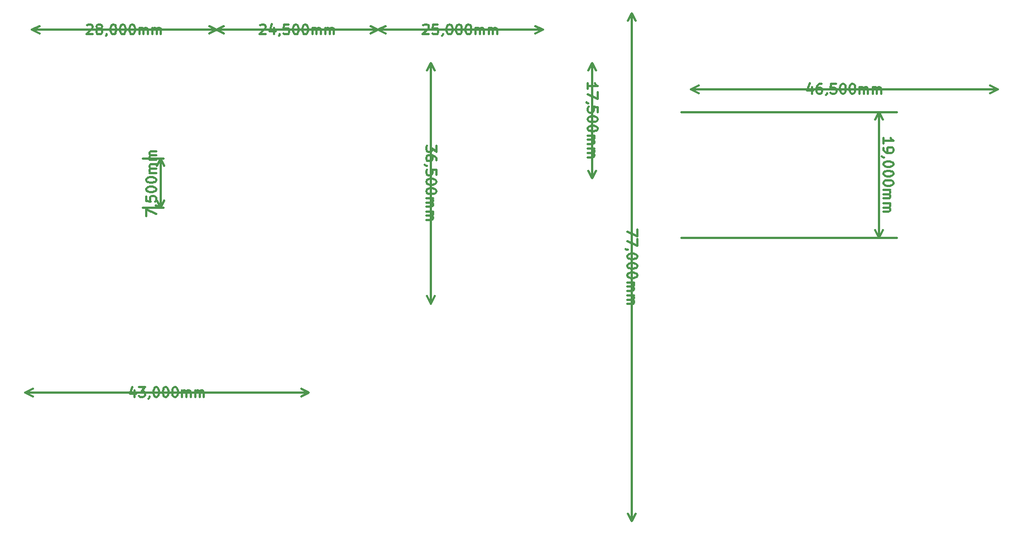
<source format=gbr>
G04 #@! TF.FileFunction,Legend,Bot*
%FSLAX46Y46*%
G04 Gerber Fmt 4.6, Leading zero omitted, Abs format (unit mm)*
G04 Created by KiCad (PCBNEW 4.0.0-rc2-stable) date 10-2-2016 17:40:28*
%MOMM*%
G01*
G04 APERTURE LIST*
%ADD10C,0.100000*%
%ADD11C,0.300000*%
G04 APERTURE END LIST*
D10*
D11*
X178671429Y-40714287D02*
X178671429Y-39857144D01*
X178671429Y-40285716D02*
X180171429Y-40285716D01*
X179957143Y-40142859D01*
X179814286Y-40000001D01*
X179742857Y-39857144D01*
X178671429Y-41428572D02*
X178671429Y-41714287D01*
X178742857Y-41857144D01*
X178814286Y-41928572D01*
X179028571Y-42071430D01*
X179314286Y-42142858D01*
X179885714Y-42142858D01*
X180028571Y-42071430D01*
X180100000Y-42000001D01*
X180171429Y-41857144D01*
X180171429Y-41571430D01*
X180100000Y-41428572D01*
X180028571Y-41357144D01*
X179885714Y-41285715D01*
X179528571Y-41285715D01*
X179385714Y-41357144D01*
X179314286Y-41428572D01*
X179242857Y-41571430D01*
X179242857Y-41857144D01*
X179314286Y-42000001D01*
X179385714Y-42071430D01*
X179528571Y-42142858D01*
X178742857Y-42857143D02*
X178671429Y-42857143D01*
X178528571Y-42785715D01*
X178457143Y-42714286D01*
X180171429Y-43785715D02*
X180171429Y-43928572D01*
X180100000Y-44071429D01*
X180028571Y-44142858D01*
X179885714Y-44214287D01*
X179600000Y-44285715D01*
X179242857Y-44285715D01*
X178957143Y-44214287D01*
X178814286Y-44142858D01*
X178742857Y-44071429D01*
X178671429Y-43928572D01*
X178671429Y-43785715D01*
X178742857Y-43642858D01*
X178814286Y-43571429D01*
X178957143Y-43500001D01*
X179242857Y-43428572D01*
X179600000Y-43428572D01*
X179885714Y-43500001D01*
X180028571Y-43571429D01*
X180100000Y-43642858D01*
X180171429Y-43785715D01*
X180171429Y-45214286D02*
X180171429Y-45357143D01*
X180100000Y-45500000D01*
X180028571Y-45571429D01*
X179885714Y-45642858D01*
X179600000Y-45714286D01*
X179242857Y-45714286D01*
X178957143Y-45642858D01*
X178814286Y-45571429D01*
X178742857Y-45500000D01*
X178671429Y-45357143D01*
X178671429Y-45214286D01*
X178742857Y-45071429D01*
X178814286Y-45000000D01*
X178957143Y-44928572D01*
X179242857Y-44857143D01*
X179600000Y-44857143D01*
X179885714Y-44928572D01*
X180028571Y-45000000D01*
X180100000Y-45071429D01*
X180171429Y-45214286D01*
X180171429Y-46642857D02*
X180171429Y-46785714D01*
X180100000Y-46928571D01*
X180028571Y-47000000D01*
X179885714Y-47071429D01*
X179600000Y-47142857D01*
X179242857Y-47142857D01*
X178957143Y-47071429D01*
X178814286Y-47000000D01*
X178742857Y-46928571D01*
X178671429Y-46785714D01*
X178671429Y-46642857D01*
X178742857Y-46500000D01*
X178814286Y-46428571D01*
X178957143Y-46357143D01*
X179242857Y-46285714D01*
X179600000Y-46285714D01*
X179885714Y-46357143D01*
X180028571Y-46428571D01*
X180100000Y-46500000D01*
X180171429Y-46642857D01*
X178671429Y-47785714D02*
X179671429Y-47785714D01*
X179528571Y-47785714D02*
X179600000Y-47857142D01*
X179671429Y-48000000D01*
X179671429Y-48214285D01*
X179600000Y-48357142D01*
X179457143Y-48428571D01*
X178671429Y-48428571D01*
X179457143Y-48428571D02*
X179600000Y-48500000D01*
X179671429Y-48642857D01*
X179671429Y-48857142D01*
X179600000Y-49000000D01*
X179457143Y-49071428D01*
X178671429Y-49071428D01*
X178671429Y-49785714D02*
X179671429Y-49785714D01*
X179528571Y-49785714D02*
X179600000Y-49857142D01*
X179671429Y-50000000D01*
X179671429Y-50214285D01*
X179600000Y-50357142D01*
X179457143Y-50428571D01*
X178671429Y-50428571D01*
X179457143Y-50428571D02*
X179600000Y-50500000D01*
X179671429Y-50642857D01*
X179671429Y-50857142D01*
X179600000Y-51000000D01*
X179457143Y-51071428D01*
X178671429Y-51071428D01*
X178000000Y-36000000D02*
X178000000Y-55000000D01*
X148000000Y-36000000D02*
X180700000Y-36000000D01*
X148000000Y-55000000D02*
X180700000Y-55000000D01*
X178000000Y-55000000D02*
X177413579Y-53873496D01*
X178000000Y-55000000D02*
X178586421Y-53873496D01*
X178000000Y-36000000D02*
X177413579Y-37126504D01*
X178000000Y-36000000D02*
X178586421Y-37126504D01*
X167821430Y-32178571D02*
X167821430Y-33178571D01*
X167464287Y-31607143D02*
X167107144Y-32678571D01*
X168035716Y-32678571D01*
X169250001Y-31678571D02*
X168964287Y-31678571D01*
X168821430Y-31750000D01*
X168750001Y-31821429D01*
X168607144Y-32035714D01*
X168535715Y-32321429D01*
X168535715Y-32892857D01*
X168607144Y-33035714D01*
X168678572Y-33107143D01*
X168821430Y-33178571D01*
X169107144Y-33178571D01*
X169250001Y-33107143D01*
X169321430Y-33035714D01*
X169392858Y-32892857D01*
X169392858Y-32535714D01*
X169321430Y-32392857D01*
X169250001Y-32321429D01*
X169107144Y-32250000D01*
X168821430Y-32250000D01*
X168678572Y-32321429D01*
X168607144Y-32392857D01*
X168535715Y-32535714D01*
X170107143Y-33107143D02*
X170107143Y-33178571D01*
X170035715Y-33321429D01*
X169964286Y-33392857D01*
X171464287Y-31678571D02*
X170750001Y-31678571D01*
X170678572Y-32392857D01*
X170750001Y-32321429D01*
X170892858Y-32250000D01*
X171250001Y-32250000D01*
X171392858Y-32321429D01*
X171464287Y-32392857D01*
X171535715Y-32535714D01*
X171535715Y-32892857D01*
X171464287Y-33035714D01*
X171392858Y-33107143D01*
X171250001Y-33178571D01*
X170892858Y-33178571D01*
X170750001Y-33107143D01*
X170678572Y-33035714D01*
X172464286Y-31678571D02*
X172607143Y-31678571D01*
X172750000Y-31750000D01*
X172821429Y-31821429D01*
X172892858Y-31964286D01*
X172964286Y-32250000D01*
X172964286Y-32607143D01*
X172892858Y-32892857D01*
X172821429Y-33035714D01*
X172750000Y-33107143D01*
X172607143Y-33178571D01*
X172464286Y-33178571D01*
X172321429Y-33107143D01*
X172250000Y-33035714D01*
X172178572Y-32892857D01*
X172107143Y-32607143D01*
X172107143Y-32250000D01*
X172178572Y-31964286D01*
X172250000Y-31821429D01*
X172321429Y-31750000D01*
X172464286Y-31678571D01*
X173892857Y-31678571D02*
X174035714Y-31678571D01*
X174178571Y-31750000D01*
X174250000Y-31821429D01*
X174321429Y-31964286D01*
X174392857Y-32250000D01*
X174392857Y-32607143D01*
X174321429Y-32892857D01*
X174250000Y-33035714D01*
X174178571Y-33107143D01*
X174035714Y-33178571D01*
X173892857Y-33178571D01*
X173750000Y-33107143D01*
X173678571Y-33035714D01*
X173607143Y-32892857D01*
X173535714Y-32607143D01*
X173535714Y-32250000D01*
X173607143Y-31964286D01*
X173678571Y-31821429D01*
X173750000Y-31750000D01*
X173892857Y-31678571D01*
X175035714Y-33178571D02*
X175035714Y-32178571D01*
X175035714Y-32321429D02*
X175107142Y-32250000D01*
X175250000Y-32178571D01*
X175464285Y-32178571D01*
X175607142Y-32250000D01*
X175678571Y-32392857D01*
X175678571Y-33178571D01*
X175678571Y-32392857D02*
X175750000Y-32250000D01*
X175892857Y-32178571D01*
X176107142Y-32178571D01*
X176250000Y-32250000D01*
X176321428Y-32392857D01*
X176321428Y-33178571D01*
X177035714Y-33178571D02*
X177035714Y-32178571D01*
X177035714Y-32321429D02*
X177107142Y-32250000D01*
X177250000Y-32178571D01*
X177464285Y-32178571D01*
X177607142Y-32250000D01*
X177678571Y-32392857D01*
X177678571Y-33178571D01*
X177678571Y-32392857D02*
X177750000Y-32250000D01*
X177892857Y-32178571D01*
X178107142Y-32178571D01*
X178250000Y-32250000D01*
X178321428Y-32392857D01*
X178321428Y-33178571D01*
X149500000Y-32500000D02*
X196000000Y-32500000D01*
X149500000Y-32500000D02*
X149500000Y-32500000D01*
X196000000Y-32500000D02*
X196000000Y-32500000D01*
X196000000Y-32500000D02*
X194873496Y-33086421D01*
X196000000Y-32500000D02*
X194873496Y-31913579D01*
X149500000Y-32500000D02*
X150626504Y-33086421D01*
X149500000Y-32500000D02*
X150626504Y-31913579D01*
X65071430Y-78178571D02*
X65071430Y-79178571D01*
X64714287Y-77607143D02*
X64357144Y-78678571D01*
X65285716Y-78678571D01*
X65714287Y-77678571D02*
X66642858Y-77678571D01*
X66142858Y-78250000D01*
X66357144Y-78250000D01*
X66500001Y-78321429D01*
X66571430Y-78392857D01*
X66642858Y-78535714D01*
X66642858Y-78892857D01*
X66571430Y-79035714D01*
X66500001Y-79107143D01*
X66357144Y-79178571D01*
X65928572Y-79178571D01*
X65785715Y-79107143D01*
X65714287Y-79035714D01*
X67357143Y-79107143D02*
X67357143Y-79178571D01*
X67285715Y-79321429D01*
X67214286Y-79392857D01*
X68285715Y-77678571D02*
X68428572Y-77678571D01*
X68571429Y-77750000D01*
X68642858Y-77821429D01*
X68714287Y-77964286D01*
X68785715Y-78250000D01*
X68785715Y-78607143D01*
X68714287Y-78892857D01*
X68642858Y-79035714D01*
X68571429Y-79107143D01*
X68428572Y-79178571D01*
X68285715Y-79178571D01*
X68142858Y-79107143D01*
X68071429Y-79035714D01*
X68000001Y-78892857D01*
X67928572Y-78607143D01*
X67928572Y-78250000D01*
X68000001Y-77964286D01*
X68071429Y-77821429D01*
X68142858Y-77750000D01*
X68285715Y-77678571D01*
X69714286Y-77678571D02*
X69857143Y-77678571D01*
X70000000Y-77750000D01*
X70071429Y-77821429D01*
X70142858Y-77964286D01*
X70214286Y-78250000D01*
X70214286Y-78607143D01*
X70142858Y-78892857D01*
X70071429Y-79035714D01*
X70000000Y-79107143D01*
X69857143Y-79178571D01*
X69714286Y-79178571D01*
X69571429Y-79107143D01*
X69500000Y-79035714D01*
X69428572Y-78892857D01*
X69357143Y-78607143D01*
X69357143Y-78250000D01*
X69428572Y-77964286D01*
X69500000Y-77821429D01*
X69571429Y-77750000D01*
X69714286Y-77678571D01*
X71142857Y-77678571D02*
X71285714Y-77678571D01*
X71428571Y-77750000D01*
X71500000Y-77821429D01*
X71571429Y-77964286D01*
X71642857Y-78250000D01*
X71642857Y-78607143D01*
X71571429Y-78892857D01*
X71500000Y-79035714D01*
X71428571Y-79107143D01*
X71285714Y-79178571D01*
X71142857Y-79178571D01*
X71000000Y-79107143D01*
X70928571Y-79035714D01*
X70857143Y-78892857D01*
X70785714Y-78607143D01*
X70785714Y-78250000D01*
X70857143Y-77964286D01*
X70928571Y-77821429D01*
X71000000Y-77750000D01*
X71142857Y-77678571D01*
X72285714Y-79178571D02*
X72285714Y-78178571D01*
X72285714Y-78321429D02*
X72357142Y-78250000D01*
X72500000Y-78178571D01*
X72714285Y-78178571D01*
X72857142Y-78250000D01*
X72928571Y-78392857D01*
X72928571Y-79178571D01*
X72928571Y-78392857D02*
X73000000Y-78250000D01*
X73142857Y-78178571D01*
X73357142Y-78178571D01*
X73500000Y-78250000D01*
X73571428Y-78392857D01*
X73571428Y-79178571D01*
X74285714Y-79178571D02*
X74285714Y-78178571D01*
X74285714Y-78321429D02*
X74357142Y-78250000D01*
X74500000Y-78178571D01*
X74714285Y-78178571D01*
X74857142Y-78250000D01*
X74928571Y-78392857D01*
X74928571Y-79178571D01*
X74928571Y-78392857D02*
X75000000Y-78250000D01*
X75142857Y-78178571D01*
X75357142Y-78178571D01*
X75500000Y-78250000D01*
X75571428Y-78392857D01*
X75571428Y-79178571D01*
X91500000Y-78500000D02*
X48500000Y-78500000D01*
X91500000Y-78500000D02*
X91500000Y-78500000D01*
X48500000Y-78500000D02*
X48500000Y-78500000D01*
X48500000Y-78500000D02*
X49626504Y-77913579D01*
X48500000Y-78500000D02*
X49626504Y-79086421D01*
X91500000Y-78500000D02*
X90373496Y-77913579D01*
X91500000Y-78500000D02*
X90373496Y-79086421D01*
X66828571Y-51749999D02*
X66828571Y-50749999D01*
X68328571Y-51392856D01*
X68257143Y-50107143D02*
X68328571Y-50107143D01*
X68471429Y-50178571D01*
X68542857Y-50250000D01*
X66828571Y-48749999D02*
X66828571Y-49464285D01*
X67542857Y-49535714D01*
X67471429Y-49464285D01*
X67400000Y-49321428D01*
X67400000Y-48964285D01*
X67471429Y-48821428D01*
X67542857Y-48749999D01*
X67685714Y-48678571D01*
X68042857Y-48678571D01*
X68185714Y-48749999D01*
X68257143Y-48821428D01*
X68328571Y-48964285D01*
X68328571Y-49321428D01*
X68257143Y-49464285D01*
X68185714Y-49535714D01*
X66828571Y-47750000D02*
X66828571Y-47607143D01*
X66900000Y-47464286D01*
X66971429Y-47392857D01*
X67114286Y-47321428D01*
X67400000Y-47250000D01*
X67757143Y-47250000D01*
X68042857Y-47321428D01*
X68185714Y-47392857D01*
X68257143Y-47464286D01*
X68328571Y-47607143D01*
X68328571Y-47750000D01*
X68257143Y-47892857D01*
X68185714Y-47964286D01*
X68042857Y-48035714D01*
X67757143Y-48107143D01*
X67400000Y-48107143D01*
X67114286Y-48035714D01*
X66971429Y-47964286D01*
X66900000Y-47892857D01*
X66828571Y-47750000D01*
X66828571Y-46321429D02*
X66828571Y-46178572D01*
X66900000Y-46035715D01*
X66971429Y-45964286D01*
X67114286Y-45892857D01*
X67400000Y-45821429D01*
X67757143Y-45821429D01*
X68042857Y-45892857D01*
X68185714Y-45964286D01*
X68257143Y-46035715D01*
X68328571Y-46178572D01*
X68328571Y-46321429D01*
X68257143Y-46464286D01*
X68185714Y-46535715D01*
X68042857Y-46607143D01*
X67757143Y-46678572D01*
X67400000Y-46678572D01*
X67114286Y-46607143D01*
X66971429Y-46535715D01*
X66900000Y-46464286D01*
X66828571Y-46321429D01*
X68328571Y-45178572D02*
X67328571Y-45178572D01*
X67471429Y-45178572D02*
X67400000Y-45107144D01*
X67328571Y-44964286D01*
X67328571Y-44750001D01*
X67400000Y-44607144D01*
X67542857Y-44535715D01*
X68328571Y-44535715D01*
X67542857Y-44535715D02*
X67400000Y-44464286D01*
X67328571Y-44321429D01*
X67328571Y-44107144D01*
X67400000Y-43964286D01*
X67542857Y-43892858D01*
X68328571Y-43892858D01*
X68328571Y-43178572D02*
X67328571Y-43178572D01*
X67471429Y-43178572D02*
X67400000Y-43107144D01*
X67328571Y-42964286D01*
X67328571Y-42750001D01*
X67400000Y-42607144D01*
X67542857Y-42535715D01*
X68328571Y-42535715D01*
X67542857Y-42535715D02*
X67400000Y-42464286D01*
X67328571Y-42321429D01*
X67328571Y-42107144D01*
X67400000Y-41964286D01*
X67542857Y-41892858D01*
X68328571Y-41892858D01*
X69000000Y-50500000D02*
X69000000Y-43000000D01*
X69500000Y-50500000D02*
X66300000Y-50500000D01*
X69500000Y-43000000D02*
X66300000Y-43000000D01*
X69000000Y-43000000D02*
X69586421Y-44126504D01*
X69000000Y-43000000D02*
X68413579Y-44126504D01*
X69000000Y-50500000D02*
X69586421Y-49373496D01*
X69000000Y-50500000D02*
X68413579Y-49373496D01*
X108857144Y-22821429D02*
X108928573Y-22750000D01*
X109071430Y-22678571D01*
X109428573Y-22678571D01*
X109571430Y-22750000D01*
X109642859Y-22821429D01*
X109714287Y-22964286D01*
X109714287Y-23107143D01*
X109642859Y-23321429D01*
X108785716Y-24178571D01*
X109714287Y-24178571D01*
X111071430Y-22678571D02*
X110357144Y-22678571D01*
X110285715Y-23392857D01*
X110357144Y-23321429D01*
X110500001Y-23250000D01*
X110857144Y-23250000D01*
X111000001Y-23321429D01*
X111071430Y-23392857D01*
X111142858Y-23535714D01*
X111142858Y-23892857D01*
X111071430Y-24035714D01*
X111000001Y-24107143D01*
X110857144Y-24178571D01*
X110500001Y-24178571D01*
X110357144Y-24107143D01*
X110285715Y-24035714D01*
X111857143Y-24107143D02*
X111857143Y-24178571D01*
X111785715Y-24321429D01*
X111714286Y-24392857D01*
X112785715Y-22678571D02*
X112928572Y-22678571D01*
X113071429Y-22750000D01*
X113142858Y-22821429D01*
X113214287Y-22964286D01*
X113285715Y-23250000D01*
X113285715Y-23607143D01*
X113214287Y-23892857D01*
X113142858Y-24035714D01*
X113071429Y-24107143D01*
X112928572Y-24178571D01*
X112785715Y-24178571D01*
X112642858Y-24107143D01*
X112571429Y-24035714D01*
X112500001Y-23892857D01*
X112428572Y-23607143D01*
X112428572Y-23250000D01*
X112500001Y-22964286D01*
X112571429Y-22821429D01*
X112642858Y-22750000D01*
X112785715Y-22678571D01*
X114214286Y-22678571D02*
X114357143Y-22678571D01*
X114500000Y-22750000D01*
X114571429Y-22821429D01*
X114642858Y-22964286D01*
X114714286Y-23250000D01*
X114714286Y-23607143D01*
X114642858Y-23892857D01*
X114571429Y-24035714D01*
X114500000Y-24107143D01*
X114357143Y-24178571D01*
X114214286Y-24178571D01*
X114071429Y-24107143D01*
X114000000Y-24035714D01*
X113928572Y-23892857D01*
X113857143Y-23607143D01*
X113857143Y-23250000D01*
X113928572Y-22964286D01*
X114000000Y-22821429D01*
X114071429Y-22750000D01*
X114214286Y-22678571D01*
X115642857Y-22678571D02*
X115785714Y-22678571D01*
X115928571Y-22750000D01*
X116000000Y-22821429D01*
X116071429Y-22964286D01*
X116142857Y-23250000D01*
X116142857Y-23607143D01*
X116071429Y-23892857D01*
X116000000Y-24035714D01*
X115928571Y-24107143D01*
X115785714Y-24178571D01*
X115642857Y-24178571D01*
X115500000Y-24107143D01*
X115428571Y-24035714D01*
X115357143Y-23892857D01*
X115285714Y-23607143D01*
X115285714Y-23250000D01*
X115357143Y-22964286D01*
X115428571Y-22821429D01*
X115500000Y-22750000D01*
X115642857Y-22678571D01*
X116785714Y-24178571D02*
X116785714Y-23178571D01*
X116785714Y-23321429D02*
X116857142Y-23250000D01*
X117000000Y-23178571D01*
X117214285Y-23178571D01*
X117357142Y-23250000D01*
X117428571Y-23392857D01*
X117428571Y-24178571D01*
X117428571Y-23392857D02*
X117500000Y-23250000D01*
X117642857Y-23178571D01*
X117857142Y-23178571D01*
X118000000Y-23250000D01*
X118071428Y-23392857D01*
X118071428Y-24178571D01*
X118785714Y-24178571D02*
X118785714Y-23178571D01*
X118785714Y-23321429D02*
X118857142Y-23250000D01*
X119000000Y-23178571D01*
X119214285Y-23178571D01*
X119357142Y-23250000D01*
X119428571Y-23392857D01*
X119428571Y-24178571D01*
X119428571Y-23392857D02*
X119500000Y-23250000D01*
X119642857Y-23178571D01*
X119857142Y-23178571D01*
X120000000Y-23250000D01*
X120071428Y-23392857D01*
X120071428Y-24178571D01*
X102000000Y-23500000D02*
X127000000Y-23500000D01*
X102000000Y-23500000D02*
X102000000Y-23500000D01*
X127000000Y-23500000D02*
X127000000Y-23500000D01*
X127000000Y-23500000D02*
X125873496Y-24086421D01*
X127000000Y-23500000D02*
X125873496Y-22913579D01*
X102000000Y-23500000D02*
X103126504Y-24086421D01*
X102000000Y-23500000D02*
X103126504Y-22913579D01*
X84107144Y-22821429D02*
X84178573Y-22750000D01*
X84321430Y-22678571D01*
X84678573Y-22678571D01*
X84821430Y-22750000D01*
X84892859Y-22821429D01*
X84964287Y-22964286D01*
X84964287Y-23107143D01*
X84892859Y-23321429D01*
X84035716Y-24178571D01*
X84964287Y-24178571D01*
X86250001Y-23178571D02*
X86250001Y-24178571D01*
X85892858Y-22607143D02*
X85535715Y-23678571D01*
X86464287Y-23678571D01*
X87107143Y-24107143D02*
X87107143Y-24178571D01*
X87035715Y-24321429D01*
X86964286Y-24392857D01*
X88464287Y-22678571D02*
X87750001Y-22678571D01*
X87678572Y-23392857D01*
X87750001Y-23321429D01*
X87892858Y-23250000D01*
X88250001Y-23250000D01*
X88392858Y-23321429D01*
X88464287Y-23392857D01*
X88535715Y-23535714D01*
X88535715Y-23892857D01*
X88464287Y-24035714D01*
X88392858Y-24107143D01*
X88250001Y-24178571D01*
X87892858Y-24178571D01*
X87750001Y-24107143D01*
X87678572Y-24035714D01*
X89464286Y-22678571D02*
X89607143Y-22678571D01*
X89750000Y-22750000D01*
X89821429Y-22821429D01*
X89892858Y-22964286D01*
X89964286Y-23250000D01*
X89964286Y-23607143D01*
X89892858Y-23892857D01*
X89821429Y-24035714D01*
X89750000Y-24107143D01*
X89607143Y-24178571D01*
X89464286Y-24178571D01*
X89321429Y-24107143D01*
X89250000Y-24035714D01*
X89178572Y-23892857D01*
X89107143Y-23607143D01*
X89107143Y-23250000D01*
X89178572Y-22964286D01*
X89250000Y-22821429D01*
X89321429Y-22750000D01*
X89464286Y-22678571D01*
X90892857Y-22678571D02*
X91035714Y-22678571D01*
X91178571Y-22750000D01*
X91250000Y-22821429D01*
X91321429Y-22964286D01*
X91392857Y-23250000D01*
X91392857Y-23607143D01*
X91321429Y-23892857D01*
X91250000Y-24035714D01*
X91178571Y-24107143D01*
X91035714Y-24178571D01*
X90892857Y-24178571D01*
X90750000Y-24107143D01*
X90678571Y-24035714D01*
X90607143Y-23892857D01*
X90535714Y-23607143D01*
X90535714Y-23250000D01*
X90607143Y-22964286D01*
X90678571Y-22821429D01*
X90750000Y-22750000D01*
X90892857Y-22678571D01*
X92035714Y-24178571D02*
X92035714Y-23178571D01*
X92035714Y-23321429D02*
X92107142Y-23250000D01*
X92250000Y-23178571D01*
X92464285Y-23178571D01*
X92607142Y-23250000D01*
X92678571Y-23392857D01*
X92678571Y-24178571D01*
X92678571Y-23392857D02*
X92750000Y-23250000D01*
X92892857Y-23178571D01*
X93107142Y-23178571D01*
X93250000Y-23250000D01*
X93321428Y-23392857D01*
X93321428Y-24178571D01*
X94035714Y-24178571D02*
X94035714Y-23178571D01*
X94035714Y-23321429D02*
X94107142Y-23250000D01*
X94250000Y-23178571D01*
X94464285Y-23178571D01*
X94607142Y-23250000D01*
X94678571Y-23392857D01*
X94678571Y-24178571D01*
X94678571Y-23392857D02*
X94750000Y-23250000D01*
X94892857Y-23178571D01*
X95107142Y-23178571D01*
X95250000Y-23250000D01*
X95321428Y-23392857D01*
X95321428Y-24178571D01*
X77500000Y-23500000D02*
X102000000Y-23500000D01*
X77500000Y-23500000D02*
X77500000Y-23500000D01*
X102000000Y-23500000D02*
X102000000Y-23500000D01*
X102000000Y-23500000D02*
X100873496Y-24086421D01*
X102000000Y-23500000D02*
X100873496Y-22913579D01*
X77500000Y-23500000D02*
X78626504Y-24086421D01*
X77500000Y-23500000D02*
X78626504Y-22913579D01*
X57857144Y-22821429D02*
X57928573Y-22750000D01*
X58071430Y-22678571D01*
X58428573Y-22678571D01*
X58571430Y-22750000D01*
X58642859Y-22821429D01*
X58714287Y-22964286D01*
X58714287Y-23107143D01*
X58642859Y-23321429D01*
X57785716Y-24178571D01*
X58714287Y-24178571D01*
X59571430Y-23321429D02*
X59428572Y-23250000D01*
X59357144Y-23178571D01*
X59285715Y-23035714D01*
X59285715Y-22964286D01*
X59357144Y-22821429D01*
X59428572Y-22750000D01*
X59571430Y-22678571D01*
X59857144Y-22678571D01*
X60000001Y-22750000D01*
X60071430Y-22821429D01*
X60142858Y-22964286D01*
X60142858Y-23035714D01*
X60071430Y-23178571D01*
X60000001Y-23250000D01*
X59857144Y-23321429D01*
X59571430Y-23321429D01*
X59428572Y-23392857D01*
X59357144Y-23464286D01*
X59285715Y-23607143D01*
X59285715Y-23892857D01*
X59357144Y-24035714D01*
X59428572Y-24107143D01*
X59571430Y-24178571D01*
X59857144Y-24178571D01*
X60000001Y-24107143D01*
X60071430Y-24035714D01*
X60142858Y-23892857D01*
X60142858Y-23607143D01*
X60071430Y-23464286D01*
X60000001Y-23392857D01*
X59857144Y-23321429D01*
X60857143Y-24107143D02*
X60857143Y-24178571D01*
X60785715Y-24321429D01*
X60714286Y-24392857D01*
X61785715Y-22678571D02*
X61928572Y-22678571D01*
X62071429Y-22750000D01*
X62142858Y-22821429D01*
X62214287Y-22964286D01*
X62285715Y-23250000D01*
X62285715Y-23607143D01*
X62214287Y-23892857D01*
X62142858Y-24035714D01*
X62071429Y-24107143D01*
X61928572Y-24178571D01*
X61785715Y-24178571D01*
X61642858Y-24107143D01*
X61571429Y-24035714D01*
X61500001Y-23892857D01*
X61428572Y-23607143D01*
X61428572Y-23250000D01*
X61500001Y-22964286D01*
X61571429Y-22821429D01*
X61642858Y-22750000D01*
X61785715Y-22678571D01*
X63214286Y-22678571D02*
X63357143Y-22678571D01*
X63500000Y-22750000D01*
X63571429Y-22821429D01*
X63642858Y-22964286D01*
X63714286Y-23250000D01*
X63714286Y-23607143D01*
X63642858Y-23892857D01*
X63571429Y-24035714D01*
X63500000Y-24107143D01*
X63357143Y-24178571D01*
X63214286Y-24178571D01*
X63071429Y-24107143D01*
X63000000Y-24035714D01*
X62928572Y-23892857D01*
X62857143Y-23607143D01*
X62857143Y-23250000D01*
X62928572Y-22964286D01*
X63000000Y-22821429D01*
X63071429Y-22750000D01*
X63214286Y-22678571D01*
X64642857Y-22678571D02*
X64785714Y-22678571D01*
X64928571Y-22750000D01*
X65000000Y-22821429D01*
X65071429Y-22964286D01*
X65142857Y-23250000D01*
X65142857Y-23607143D01*
X65071429Y-23892857D01*
X65000000Y-24035714D01*
X64928571Y-24107143D01*
X64785714Y-24178571D01*
X64642857Y-24178571D01*
X64500000Y-24107143D01*
X64428571Y-24035714D01*
X64357143Y-23892857D01*
X64285714Y-23607143D01*
X64285714Y-23250000D01*
X64357143Y-22964286D01*
X64428571Y-22821429D01*
X64500000Y-22750000D01*
X64642857Y-22678571D01*
X65785714Y-24178571D02*
X65785714Y-23178571D01*
X65785714Y-23321429D02*
X65857142Y-23250000D01*
X66000000Y-23178571D01*
X66214285Y-23178571D01*
X66357142Y-23250000D01*
X66428571Y-23392857D01*
X66428571Y-24178571D01*
X66428571Y-23392857D02*
X66500000Y-23250000D01*
X66642857Y-23178571D01*
X66857142Y-23178571D01*
X67000000Y-23250000D01*
X67071428Y-23392857D01*
X67071428Y-24178571D01*
X67785714Y-24178571D02*
X67785714Y-23178571D01*
X67785714Y-23321429D02*
X67857142Y-23250000D01*
X68000000Y-23178571D01*
X68214285Y-23178571D01*
X68357142Y-23250000D01*
X68428571Y-23392857D01*
X68428571Y-24178571D01*
X68428571Y-23392857D02*
X68500000Y-23250000D01*
X68642857Y-23178571D01*
X68857142Y-23178571D01*
X69000000Y-23250000D01*
X69071428Y-23392857D01*
X69071428Y-24178571D01*
X49500000Y-23500000D02*
X77500000Y-23500000D01*
X49500000Y-23500000D02*
X49500000Y-23500000D01*
X77500000Y-23500000D02*
X77500000Y-23500000D01*
X77500000Y-23500000D02*
X76373496Y-24086421D01*
X77500000Y-23500000D02*
X76373496Y-22913579D01*
X49500000Y-23500000D02*
X50626504Y-24086421D01*
X49500000Y-23500000D02*
X50626504Y-22913579D01*
X110821429Y-41035716D02*
X110821429Y-41964287D01*
X110250000Y-41464287D01*
X110250000Y-41678573D01*
X110178571Y-41821430D01*
X110107143Y-41892859D01*
X109964286Y-41964287D01*
X109607143Y-41964287D01*
X109464286Y-41892859D01*
X109392857Y-41821430D01*
X109321429Y-41678573D01*
X109321429Y-41250001D01*
X109392857Y-41107144D01*
X109464286Y-41035716D01*
X110821429Y-43250001D02*
X110821429Y-42964287D01*
X110750000Y-42821430D01*
X110678571Y-42750001D01*
X110464286Y-42607144D01*
X110178571Y-42535715D01*
X109607143Y-42535715D01*
X109464286Y-42607144D01*
X109392857Y-42678572D01*
X109321429Y-42821430D01*
X109321429Y-43107144D01*
X109392857Y-43250001D01*
X109464286Y-43321430D01*
X109607143Y-43392858D01*
X109964286Y-43392858D01*
X110107143Y-43321430D01*
X110178571Y-43250001D01*
X110250000Y-43107144D01*
X110250000Y-42821430D01*
X110178571Y-42678572D01*
X110107143Y-42607144D01*
X109964286Y-42535715D01*
X109392857Y-44107143D02*
X109321429Y-44107143D01*
X109178571Y-44035715D01*
X109107143Y-43964286D01*
X110821429Y-45464287D02*
X110821429Y-44750001D01*
X110107143Y-44678572D01*
X110178571Y-44750001D01*
X110250000Y-44892858D01*
X110250000Y-45250001D01*
X110178571Y-45392858D01*
X110107143Y-45464287D01*
X109964286Y-45535715D01*
X109607143Y-45535715D01*
X109464286Y-45464287D01*
X109392857Y-45392858D01*
X109321429Y-45250001D01*
X109321429Y-44892858D01*
X109392857Y-44750001D01*
X109464286Y-44678572D01*
X110821429Y-46464286D02*
X110821429Y-46607143D01*
X110750000Y-46750000D01*
X110678571Y-46821429D01*
X110535714Y-46892858D01*
X110250000Y-46964286D01*
X109892857Y-46964286D01*
X109607143Y-46892858D01*
X109464286Y-46821429D01*
X109392857Y-46750000D01*
X109321429Y-46607143D01*
X109321429Y-46464286D01*
X109392857Y-46321429D01*
X109464286Y-46250000D01*
X109607143Y-46178572D01*
X109892857Y-46107143D01*
X110250000Y-46107143D01*
X110535714Y-46178572D01*
X110678571Y-46250000D01*
X110750000Y-46321429D01*
X110821429Y-46464286D01*
X110821429Y-47892857D02*
X110821429Y-48035714D01*
X110750000Y-48178571D01*
X110678571Y-48250000D01*
X110535714Y-48321429D01*
X110250000Y-48392857D01*
X109892857Y-48392857D01*
X109607143Y-48321429D01*
X109464286Y-48250000D01*
X109392857Y-48178571D01*
X109321429Y-48035714D01*
X109321429Y-47892857D01*
X109392857Y-47750000D01*
X109464286Y-47678571D01*
X109607143Y-47607143D01*
X109892857Y-47535714D01*
X110250000Y-47535714D01*
X110535714Y-47607143D01*
X110678571Y-47678571D01*
X110750000Y-47750000D01*
X110821429Y-47892857D01*
X109321429Y-49035714D02*
X110321429Y-49035714D01*
X110178571Y-49035714D02*
X110250000Y-49107142D01*
X110321429Y-49250000D01*
X110321429Y-49464285D01*
X110250000Y-49607142D01*
X110107143Y-49678571D01*
X109321429Y-49678571D01*
X110107143Y-49678571D02*
X110250000Y-49750000D01*
X110321429Y-49892857D01*
X110321429Y-50107142D01*
X110250000Y-50250000D01*
X110107143Y-50321428D01*
X109321429Y-50321428D01*
X109321429Y-51035714D02*
X110321429Y-51035714D01*
X110178571Y-51035714D02*
X110250000Y-51107142D01*
X110321429Y-51250000D01*
X110321429Y-51464285D01*
X110250000Y-51607142D01*
X110107143Y-51678571D01*
X109321429Y-51678571D01*
X110107143Y-51678571D02*
X110250000Y-51750000D01*
X110321429Y-51892857D01*
X110321429Y-52107142D01*
X110250000Y-52250000D01*
X110107143Y-52321428D01*
X109321429Y-52321428D01*
X110000000Y-28500000D02*
X110000000Y-65000000D01*
X110000000Y-28500000D02*
X110000000Y-28500000D01*
X110000000Y-65000000D02*
X110000000Y-65000000D01*
X110000000Y-65000000D02*
X109413579Y-63873496D01*
X110000000Y-65000000D02*
X110586421Y-63873496D01*
X110000000Y-28500000D02*
X109413579Y-29626504D01*
X110000000Y-28500000D02*
X110586421Y-29626504D01*
X133821429Y-32464287D02*
X133821429Y-31607144D01*
X133821429Y-32035716D02*
X135321429Y-32035716D01*
X135107143Y-31892859D01*
X134964286Y-31750001D01*
X134892857Y-31607144D01*
X135321429Y-32964287D02*
X135321429Y-33964287D01*
X133821429Y-33321430D01*
X133892857Y-34607143D02*
X133821429Y-34607143D01*
X133678571Y-34535715D01*
X133607143Y-34464286D01*
X135321429Y-35964287D02*
X135321429Y-35250001D01*
X134607143Y-35178572D01*
X134678571Y-35250001D01*
X134750000Y-35392858D01*
X134750000Y-35750001D01*
X134678571Y-35892858D01*
X134607143Y-35964287D01*
X134464286Y-36035715D01*
X134107143Y-36035715D01*
X133964286Y-35964287D01*
X133892857Y-35892858D01*
X133821429Y-35750001D01*
X133821429Y-35392858D01*
X133892857Y-35250001D01*
X133964286Y-35178572D01*
X135321429Y-36964286D02*
X135321429Y-37107143D01*
X135250000Y-37250000D01*
X135178571Y-37321429D01*
X135035714Y-37392858D01*
X134750000Y-37464286D01*
X134392857Y-37464286D01*
X134107143Y-37392858D01*
X133964286Y-37321429D01*
X133892857Y-37250000D01*
X133821429Y-37107143D01*
X133821429Y-36964286D01*
X133892857Y-36821429D01*
X133964286Y-36750000D01*
X134107143Y-36678572D01*
X134392857Y-36607143D01*
X134750000Y-36607143D01*
X135035714Y-36678572D01*
X135178571Y-36750000D01*
X135250000Y-36821429D01*
X135321429Y-36964286D01*
X135321429Y-38392857D02*
X135321429Y-38535714D01*
X135250000Y-38678571D01*
X135178571Y-38750000D01*
X135035714Y-38821429D01*
X134750000Y-38892857D01*
X134392857Y-38892857D01*
X134107143Y-38821429D01*
X133964286Y-38750000D01*
X133892857Y-38678571D01*
X133821429Y-38535714D01*
X133821429Y-38392857D01*
X133892857Y-38250000D01*
X133964286Y-38178571D01*
X134107143Y-38107143D01*
X134392857Y-38035714D01*
X134750000Y-38035714D01*
X135035714Y-38107143D01*
X135178571Y-38178571D01*
X135250000Y-38250000D01*
X135321429Y-38392857D01*
X133821429Y-39535714D02*
X134821429Y-39535714D01*
X134678571Y-39535714D02*
X134750000Y-39607142D01*
X134821429Y-39750000D01*
X134821429Y-39964285D01*
X134750000Y-40107142D01*
X134607143Y-40178571D01*
X133821429Y-40178571D01*
X134607143Y-40178571D02*
X134750000Y-40250000D01*
X134821429Y-40392857D01*
X134821429Y-40607142D01*
X134750000Y-40750000D01*
X134607143Y-40821428D01*
X133821429Y-40821428D01*
X133821429Y-41535714D02*
X134821429Y-41535714D01*
X134678571Y-41535714D02*
X134750000Y-41607142D01*
X134821429Y-41750000D01*
X134821429Y-41964285D01*
X134750000Y-42107142D01*
X134607143Y-42178571D01*
X133821429Y-42178571D01*
X134607143Y-42178571D02*
X134750000Y-42250000D01*
X134821429Y-42392857D01*
X134821429Y-42607142D01*
X134750000Y-42750000D01*
X134607143Y-42821428D01*
X133821429Y-42821428D01*
X134500000Y-28500000D02*
X134500000Y-46000000D01*
X134500000Y-28500000D02*
X134500000Y-28500000D01*
X134500000Y-46000000D02*
X134500000Y-46000000D01*
X134500000Y-46000000D02*
X133913579Y-44873496D01*
X134500000Y-46000000D02*
X135086421Y-44873496D01*
X134500000Y-28500000D02*
X133913579Y-29626504D01*
X134500000Y-28500000D02*
X135086421Y-29626504D01*
X141321429Y-53785716D02*
X141321429Y-54785716D01*
X139821429Y-54142859D01*
X141321429Y-55214287D02*
X141321429Y-56214287D01*
X139821429Y-55571430D01*
X139892857Y-56857143D02*
X139821429Y-56857143D01*
X139678571Y-56785715D01*
X139607143Y-56714286D01*
X141321429Y-57785715D02*
X141321429Y-57928572D01*
X141250000Y-58071429D01*
X141178571Y-58142858D01*
X141035714Y-58214287D01*
X140750000Y-58285715D01*
X140392857Y-58285715D01*
X140107143Y-58214287D01*
X139964286Y-58142858D01*
X139892857Y-58071429D01*
X139821429Y-57928572D01*
X139821429Y-57785715D01*
X139892857Y-57642858D01*
X139964286Y-57571429D01*
X140107143Y-57500001D01*
X140392857Y-57428572D01*
X140750000Y-57428572D01*
X141035714Y-57500001D01*
X141178571Y-57571429D01*
X141250000Y-57642858D01*
X141321429Y-57785715D01*
X141321429Y-59214286D02*
X141321429Y-59357143D01*
X141250000Y-59500000D01*
X141178571Y-59571429D01*
X141035714Y-59642858D01*
X140750000Y-59714286D01*
X140392857Y-59714286D01*
X140107143Y-59642858D01*
X139964286Y-59571429D01*
X139892857Y-59500000D01*
X139821429Y-59357143D01*
X139821429Y-59214286D01*
X139892857Y-59071429D01*
X139964286Y-59000000D01*
X140107143Y-58928572D01*
X140392857Y-58857143D01*
X140750000Y-58857143D01*
X141035714Y-58928572D01*
X141178571Y-59000000D01*
X141250000Y-59071429D01*
X141321429Y-59214286D01*
X141321429Y-60642857D02*
X141321429Y-60785714D01*
X141250000Y-60928571D01*
X141178571Y-61000000D01*
X141035714Y-61071429D01*
X140750000Y-61142857D01*
X140392857Y-61142857D01*
X140107143Y-61071429D01*
X139964286Y-61000000D01*
X139892857Y-60928571D01*
X139821429Y-60785714D01*
X139821429Y-60642857D01*
X139892857Y-60500000D01*
X139964286Y-60428571D01*
X140107143Y-60357143D01*
X140392857Y-60285714D01*
X140750000Y-60285714D01*
X141035714Y-60357143D01*
X141178571Y-60428571D01*
X141250000Y-60500000D01*
X141321429Y-60642857D01*
X139821429Y-61785714D02*
X140821429Y-61785714D01*
X140678571Y-61785714D02*
X140750000Y-61857142D01*
X140821429Y-62000000D01*
X140821429Y-62214285D01*
X140750000Y-62357142D01*
X140607143Y-62428571D01*
X139821429Y-62428571D01*
X140607143Y-62428571D02*
X140750000Y-62500000D01*
X140821429Y-62642857D01*
X140821429Y-62857142D01*
X140750000Y-63000000D01*
X140607143Y-63071428D01*
X139821429Y-63071428D01*
X139821429Y-63785714D02*
X140821429Y-63785714D01*
X140678571Y-63785714D02*
X140750000Y-63857142D01*
X140821429Y-64000000D01*
X140821429Y-64214285D01*
X140750000Y-64357142D01*
X140607143Y-64428571D01*
X139821429Y-64428571D01*
X140607143Y-64428571D02*
X140750000Y-64500000D01*
X140821429Y-64642857D01*
X140821429Y-64857142D01*
X140750000Y-65000000D01*
X140607143Y-65071428D01*
X139821429Y-65071428D01*
X140500000Y-21000000D02*
X140500000Y-98000000D01*
X140500000Y-21000000D02*
X140500000Y-21000000D01*
X140500000Y-98000000D02*
X140500000Y-98000000D01*
X140500000Y-98000000D02*
X139913579Y-96873496D01*
X140500000Y-98000000D02*
X141086421Y-96873496D01*
X140500000Y-21000000D02*
X139913579Y-22126504D01*
X140500000Y-21000000D02*
X141086421Y-22126504D01*
M02*

</source>
